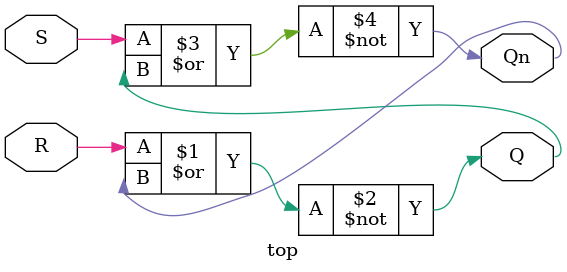
<source format=v>
module top (
    input S,   // Swtich[0] - S
    input R,   // Switch[1] - R
    output Q,  // Yellow led - Q
    output Qn  // Green led - Qbar
);
    // Async SR Bistable

    assign Q = ~ (R | Qn);
    assign Qn = ~ (S | Q);
endmodule

</source>
